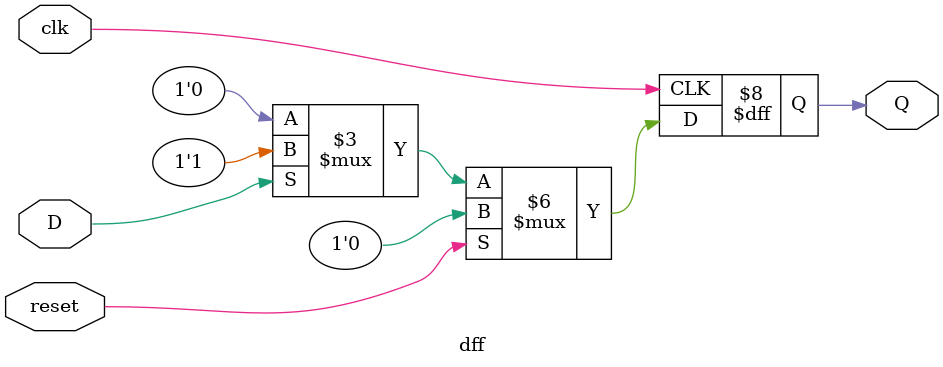
<source format=v>
`timescale 1ns / 1ps

module dff(
input clk,D,reset,
output reg Q
    );
    always @(negedge clk)
    begin
    if(reset)
    Q<=0;
    else
    begin
    if(D)
    Q<=1;
    else
    Q<=0;
    end
    end
endmodule
</source>
